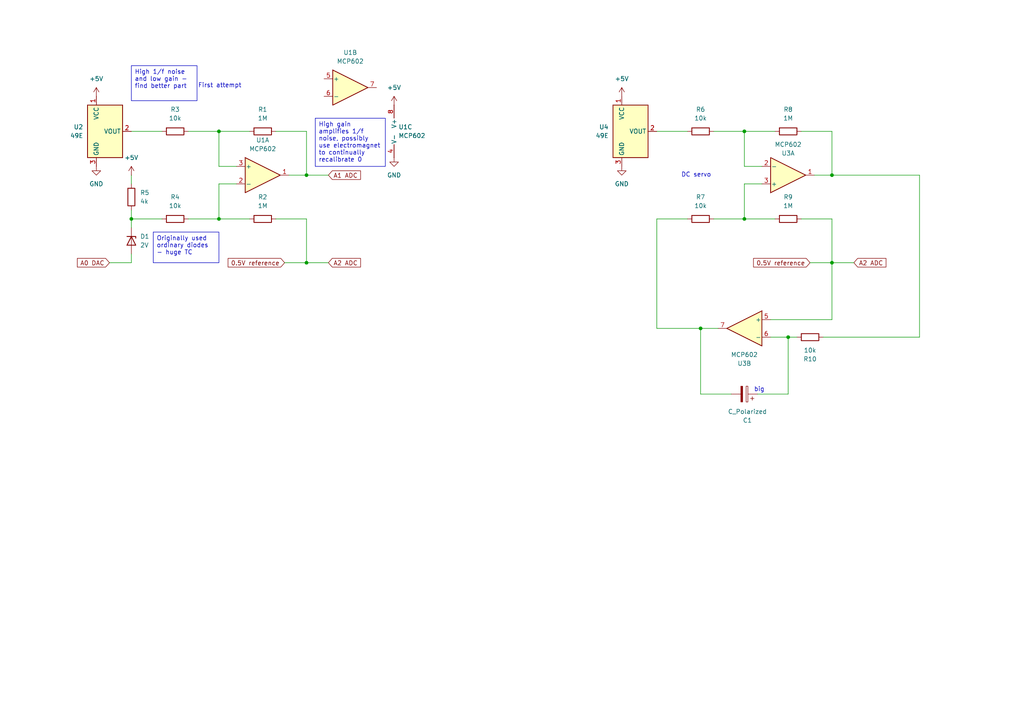
<source format=kicad_sch>
(kicad_sch (version 20231120) (generator "eeschema") (generator_version "8.0")
  (paper "A4")
  (lib_symbols
    (symbol "Amplifier_Operational:MCP602" (pin_names (offset 0.127))
      (property "Reference" "U" (at 0 5.08 0))
      (property "Value" "MCP602" (at 0 -5.08 0))
      (symbol "MCP602_1_1"
        (polyline (pts (xy -5.08 5.08) (xy 5.08 0) (xy -5.08 -5.08) (xy -5.08 5.08)) (stroke (width 0.254)) (fill (type background)))
        (pin output line (at 7.62 0 180) (length 2.54) (name "~") (number "1"))
        (pin input line (at -7.62 -2.54 0) (length 2.54) (name "-") (number "2"))
        (pin input line (at -7.62 2.54 0) (length 2.54) (name "+") (number "3"))
      )
      (symbol "MCP602_2_1"
        (polyline (pts (xy -5.08 5.08) (xy 5.08 0) (xy -5.08 -5.08) (xy -5.08 5.08)) (stroke (width 0.254)) (fill (type background)))
        (pin input line (at -7.62 2.54 0) (length 2.54) (name "+") (number "5"))
        (pin input line (at -7.62 -2.54 0) (length 2.54) (name "-") (number "6"))
        (pin output line (at 7.62 0 180) (length 2.54) (name "~") (number "7"))
      )
      (symbol "MCP602_3_1"
        (pin power_in line (at -2.54 -7.62 90) (length 3.81) (name "V-") (number "4"))
        (pin power_in line (at -2.54 7.62 270) (length 3.81) (name "V+") (number "8"))
      )
    )
    (symbol "Device:C_Polarized" (pin_numbers hide) (pin_names (offset 0.254))
      (property "Reference" "C" (at 0.635 2.54 0))
      (property "Value" "C_Polarized" (at 0.635 -2.54 0))
      (symbol "C_Polarized_0_1"
        (rectangle (start -2.286 0.508) (end 2.286 1.016))
        (polyline (pts (xy -1.778 2.286) (xy -0.762 2.286)))
        (polyline (pts (xy -1.27 2.794) (xy -1.27 1.778)))
        (rectangle (start 2.286 -0.508) (end -2.286 -1.016) (fill (type outline)))
      )
      (symbol "C_Polarized_1_1"
        (pin passive line (at 0 3.81 270) (length 2.794) (name "~") (number "1"))
        (pin passive line (at 0 -3.81 90) (length 2.794) (name "~") (number "2"))
      )
    )
    (symbol "Device:D_Zener" (pin_numbers hide) (pin_names (offset 1.016) hide)
      (property "Reference" "D" (at 0 2.54 0))
      (property "Value" "D_Zener" (at 0 -2.54 0))
      (symbol "D_Zener_0_1"
        (polyline (pts (xy 1.27 0) (xy -1.27 0)))
        (polyline (pts (xy -1.27 -1.27) (xy -1.27 1.27) (xy -0.762 1.27)) (stroke (width 0.254)))
        (polyline (pts (xy 1.27 -1.27) (xy 1.27 1.27) (xy -1.27 0) (xy 1.27 -1.27)) (stroke (width 0.254)))
      )
      (symbol "D_Zener_1_1"
        (pin passive line (at -3.81 0 0) (length 2.54) (name "K") (number "1"))
        (pin passive line (at 3.81 0 180) (length 2.54) (name "A") (number "2"))
      )
    )
    (symbol "Device:R" (pin_numbers hide) (pin_names (offset 0))
      (property "Reference" "R" (at 2.032 0 90))
      (property "Value" "R" (at 0 0 90))
      (symbol "R_0_1"
        (rectangle (start -1.016 -2.54) (end 1.016 2.54) (stroke (width 0.254)))
      )
      (symbol "R_1_1"
        (pin passive line (at 0 3.81 270) (length 1.27) (name "~") (number "1"))
        (pin passive line (at 0 -3.81 90) (length 1.27) (name "~") (number "2"))
      )
    )
    (symbol "Sensor_Magnetic:A1101ELHL"
      (property "Reference" "U" (at 0 11.43 0))
      (property "Value" "A1101ELHL" (at 0 8.89 0))
      (symbol "A1101ELHL_0_1"
        (rectangle (start -5.08 7.62) (end 5.08 -7.62) (stroke (width 0.254)) (fill (type background)))
      )
      (symbol "A1101ELHL_1_1"
        (pin power_in line (at -2.54 10.16 270) (length 2.54) (name "VCC") (number "1"))
        (pin open_collector line (at 7.62 0 180) (length 2.54) (name "VOUT") (number "2"))
        (pin power_in line (at -2.54 -10.16 90) (length 2.54) (name "GND") (number "3"))
      )
    )
    (symbol "power:+5V" (power) (pin_numbers hide) (pin_names (offset 0) hide)
      (property "Value" "+5V" (at 0 3.556 0))
      (symbol "+5V_0_1"
        (polyline (pts (xy -0.762 1.27) (xy 0 2.54)))
        (polyline (pts (xy 0 0) (xy 0 2.54)))
        (polyline (pts (xy 0 2.54) (xy 0.762 1.27)))
      )
      (symbol "+5V_1_1"
        (pin power_in line (at 0 0 90) (length 0) (name "~") (number "1"))
      )
    )
    (symbol "power:GND" (power) (pin_numbers hide) (pin_names (offset 0) hide)
      (property "Value" "GND" (at 0 -3.81 0))
      (symbol "GND_0_1"
        (polyline (pts (xy 0 0) (xy 0 -1.27) (xy 1.27 -1.27) (xy 0 -2.54) (xy -1.27 -1.27) (xy 0 -1.27)))
      )
      (symbol "GND_1_1"
        (pin power_in line (at 0 0 270) (length 0) (name "~") (number "1"))
      )
    )
  )
  (junction (at 63.5 63.5))
  (junction (at 38.1 63.5))
  (junction (at 63.5 38.1))
  (junction (at 241.3 50.8))
  (junction (at 88.9 50.8))
  (junction (at 203.2 95.25))
  (junction (at 215.9 63.5))
  (junction (at 241.3 76.2))
  (junction (at 88.9 76.2))
  (junction (at 228.6 97.79))
  (junction (at 215.9 38.1))
  (wire (pts (xy 88.9 38.1) (xy 88.9 50.8)))
  (wire (pts (xy 241.3 50.8) (xy 266.7 50.8)))
  (wire (pts (xy 241.3 38.1) (xy 241.3 50.8)))
  (wire (pts (xy 38.1 63.5) (xy 46.99 63.5)))
  (wire (pts (xy 190.5 95.25) (xy 203.2 95.25)))
  (wire (pts (xy 63.5 38.1) (xy 72.39 38.1)))
  (wire (pts (xy 215.9 38.1) (xy 224.79 38.1)))
  (wire (pts (xy 38.1 50.8) (xy 38.1 53.34)))
  (wire (pts (xy 88.9 50.8) (xy 83.82 50.8)))
  (wire (pts (xy 203.2 95.25) (xy 208.28 95.25)))
  (wire (pts (xy 241.3 92.71) (xy 241.3 76.2)))
  (wire (pts (xy 38.1 63.5) (xy 38.1 66.04)))
  (wire (pts (xy 207.01 63.5) (xy 215.9 63.5)))
  (wire (pts (xy 68.58 48.26) (xy 63.5 48.26)))
  (wire (pts (xy 207.01 38.1) (xy 215.9 38.1)))
  (wire (pts (xy 234.95 76.2) (xy 241.3 76.2)))
  (wire (pts (xy 88.9 76.2) (xy 95.25 76.2)))
  (wire (pts (xy 228.6 114.3) (xy 228.6 97.79)))
  (wire (pts (xy 215.9 48.26) (xy 215.9 38.1)))
  (wire (pts (xy 82.55 76.2) (xy 88.9 76.2)))
  (wire (pts (xy 266.7 97.79) (xy 238.76 97.79)))
  (wire (pts (xy 241.3 76.2) (xy 247.65 76.2)))
  (wire (pts (xy 190.5 38.1) (xy 199.39 38.1)))
  (wire (pts (xy 38.1 60.96) (xy 38.1 63.5)))
  (wire (pts (xy 212.09 114.3) (xy 203.2 114.3)))
  (wire (pts (xy 63.5 63.5) (xy 63.5 53.34)))
  (wire (pts (xy 215.9 53.34) (xy 220.98 53.34)))
  (wire (pts (xy 203.2 114.3) (xy 203.2 95.25)))
  (wire (pts (xy 38.1 73.66) (xy 38.1 76.2)))
  (wire (pts (xy 54.61 63.5) (xy 63.5 63.5)))
  (wire (pts (xy 266.7 50.8) (xy 266.7 97.79)))
  (wire (pts (xy 215.9 63.5) (xy 215.9 53.34)))
  (wire (pts (xy 190.5 63.5) (xy 190.5 95.25)))
  (wire (pts (xy 80.01 38.1) (xy 88.9 38.1)))
  (wire (pts (xy 38.1 38.1) (xy 46.99 38.1)))
  (wire (pts (xy 215.9 63.5) (xy 224.79 63.5)))
  (wire (pts (xy 63.5 53.34) (xy 68.58 53.34)))
  (wire (pts (xy 223.52 92.71) (xy 241.3 92.71)))
  (wire (pts (xy 88.9 63.5) (xy 88.9 76.2)))
  (wire (pts (xy 232.41 38.1) (xy 241.3 38.1)))
  (wire (pts (xy 241.3 63.5) (xy 241.3 76.2)))
  (wire (pts (xy 190.5 63.5) (xy 199.39 63.5)))
  (wire (pts (xy 63.5 48.26) (xy 63.5 38.1)))
  (wire (pts (xy 31.75 76.2) (xy 38.1 76.2)))
  (wire (pts (xy 231.14 97.79) (xy 228.6 97.79)))
  (wire (pts (xy 232.41 63.5) (xy 241.3 63.5)))
  (wire (pts (xy 63.5 63.5) (xy 72.39 63.5)))
  (wire (pts (xy 228.6 97.79) (xy 223.52 97.79)))
  (wire (pts (xy 54.61 38.1) (xy 63.5 38.1)))
  (wire (pts (xy 219.71 114.3) (xy 228.6 114.3)))
  (wire (pts (xy 241.3 50.8) (xy 236.22 50.8)))
  (wire (pts (xy 80.01 63.5) (xy 88.9 63.5)))
  (wire (pts (xy 88.9 50.8) (xy 95.25 50.8)))
  (wire (pts (xy 220.98 48.26) (xy 215.9 48.26)))
  (text_box "High 1/f noise and low gain - find better part\n" (at 38.1 19.05 0) (size 19.05 10.16) (effects (font (size 1.27 1.27)) (justify left top)))
  (text_box "High gain amplifies 1/f noise, possibly use electromagnet to continually recalibrate 0\n\n" (at 91.44 34.29 0) (size 20.32 13.97) (effects (font (size 1.27 1.27)) (justify left top)))
  (text_box "Originally used ordinary diodes - huge TC" (at 44.45 67.31 0) (size 19.05 8.89) (effects (font (size 1.27 1.27)) (justify left top)))
  (text "First attempt\n" (at 63.754 24.892 0) (effects (font (size 1.27 1.27))))
  (text "big" (at 220.218 113.03 0) (effects (font (size 1.27 1.27))))
  (text "DC servo\n" (at 201.93 50.8 0) (effects (font (size 1.27 1.27))))
  (global_label "A2 ADC" (shape input) (at 247.65 76.2 0) (property "Intersheetrefs" "${INTERSHEET_REFS}" (effects (hide yes))))
  (global_label "A2 ADC" (shape input) (at 95.25 76.2 0) (property "Intersheetrefs" "${INTERSHEET_REFS}" (effects (hide yes))))
  (global_label "0.5V reference" (shape input) (at 234.95 76.2 180) (property "Intersheetrefs" "${INTERSHEET_REFS}" (effects (hide yes))))
  (global_label "A1 ADC" (shape input) (at 95.25 50.8 0) (property "Intersheetrefs" "${INTERSHEET_REFS}" (effects (hide yes))))
  (global_label "A0 DAC" (shape input) (at 31.75 76.2 180) (property "Intersheetrefs" "${INTERSHEET_REFS}" (effects (hide yes))))
  (global_label "0.5V reference" (shape input) (at 82.55 76.2 180) (property "Intersheetrefs" "${INTERSHEET_REFS}" (effects (hide yes))))
  (symbol (lib_id "power:+5V") (at 180.34 27.94 0) (unit 1)
    (property "Reference" "#PWR06" (effects (hide yes)))
    (property "Value" "+5V" (at 180.34 22.86 0))
    (property "Description" "Power symbol creates a global label with name \"+5V\"" (effects (hide yes)))
  )
  (symbol (lib_id "Device:R") (at 203.2 38.1 90) (unit 1)
    (property "Reference" "R6" (at 203.2 31.75 90))
    (property "Value" "10k" (at 203.2 34.29 90))
    (property "Description" "Resistor" (effects (hide yes)))
  )
  (symbol (lib_id "power:+5V") (at 114.3 30.48 0) (unit 1)
    (property "Reference" "#PWR01" (effects (hide yes)))
    (property "Value" "+5V" (at 114.3 25.4 0))
    (property "Description" "Power symbol creates a global label with name \"+5V\"" (effects (hide yes)))
  )
  (symbol (lib_id "power:GND") (at 180.34 48.26 0) (unit 1)
    (property "Reference" "#PWR07" (effects (hide yes)))
    (property "Value" "GND" (at 180.34 53.34 0))
    (property "Description" "Power symbol creates a global label with name \"GND\" , ground" (effects (hide yes)))
  )
  (symbol (lib_id "Amplifier_Operational:MCP602") (at 116.84 38.1 0) (unit 3)
    (property "Reference" "U1" (at 115.57 36.8299 0) (effects (justify left)))
    (property "Value" "MCP602" (at 115.57 39.3699 0) (effects (justify left)))
    (property "Datasheet" "http://ww1.microchip.com/downloads/en/DeviceDoc/21314g.pdf" (effects (hide yes)))
    (property "Description" "Dual 2.7V to 6.0V Single Supply CMOS Op Amps, DIP-8/SOIC-8/TSSOP-8" (effects (hide yes)))
  )
  (symbol (lib_id "Amplifier_Operational:MCP602") (at 76.2 50.8 0) (unit 1)
    (property "Reference" "U1" (at 76.2 40.64 0))
    (property "Value" "MCP602" (at 76.2 43.18 0))
    (property "Datasheet" "http://ww1.microchip.com/downloads/en/DeviceDoc/21314g.pdf" (effects (hide yes)))
    (property "Description" "Dual 2.7V to 6.0V Single Supply CMOS Op Amps, DIP-8/SOIC-8/TSSOP-8" (effects (hide yes)))
  )
  (symbol (lib_id "Device:R") (at 50.8 63.5 90) (unit 1)
    (property "Reference" "R4" (at 50.8 57.15 90))
    (property "Value" "10k" (at 50.8 59.69 90))
    (property "Description" "Resistor" (effects (hide yes)))
  )
  (symbol (lib_id "Device:C_Polarized") (at 215.9 114.3 270) (mirror x) (unit 1)
    (property "Reference" "C1" (at 216.789 121.92 90))
    (property "Value" "C_Polarized" (at 216.789 119.38 90))
    (property "Description" "Polarized capacitor" (effects (hide yes)))
  )
  (symbol (lib_id "Device:R") (at 76.2 63.5 90) (unit 1)
    (property "Reference" "R2" (at 76.2 57.15 90))
    (property "Value" "1M" (at 76.2 59.69 90))
    (property "Description" "Resistor" (effects (hide yes)))
  )
  (symbol (lib_id "power:GND") (at 114.3 45.72 0) (unit 1)
    (property "Reference" "#PWR02" (effects (hide yes)))
    (property "Value" "GND" (at 114.3 50.8 0))
    (property "Description" "Power symbol creates a global label with name \"GND\" , ground" (effects (hide yes)))
  )
  (symbol (lib_id "Sensor_Magnetic:A1101ELHL") (at 182.88 38.1 0) (unit 1)
    (property "Reference" "U4" (at 176.53 36.8299 0) (effects (justify right)))
    (property "Value" "49E" (at 176.53 39.3699 0) (effects (justify right)))
    (property "Footprint" "Package_TO_SOT_SMD:SOT-23W" (effects (hide yes)))
    (property "Datasheet" "https://www.allegromicro.com/-/media/files/datasheets/a110x-datasheet.ashx" (effects (hide yes)))
    (property "Description" "Hall effect switch, unipolar, Bop=100G, Brp=45G, -40C to +85C, SOT-23W" (effects (hide yes)))
  )
  (symbol (lib_id "Amplifier_Operational:MCP602") (at 101.6 25.4 0) (unit 2)
    (property "Reference" "U1" (at 101.6 15.24 0))
    (property "Value" "MCP602" (at 101.6 17.78 0))
    (property "Datasheet" "http://ww1.microchip.com/downloads/en/DeviceDoc/21314g.pdf" (effects (hide yes)))
    (property "Description" "Dual 2.7V to 6.0V Single Supply CMOS Op Amps, DIP-8/SOIC-8/TSSOP-8" (effects (hide yes)))
  )
  (symbol (lib_id "Device:R") (at 76.2 38.1 90) (unit 1)
    (property "Reference" "R1" (at 76.2 31.75 90))
    (property "Value" "1M" (at 76.2 34.29 90))
    (property "Description" "Resistor" (effects (hide yes)))
  )
  (symbol (lib_id "power:GND") (at 27.94 48.26 0) (unit 1)
    (property "Reference" "#PWR03" (effects (hide yes)))
    (property "Value" "GND" (at 27.94 53.34 0))
    (property "Description" "Power symbol creates a global label with name \"GND\" , ground" (effects (hide yes)))
  )
  (symbol (lib_id "Sensor_Magnetic:A1101ELHL") (at 30.48 38.1 0) (unit 1)
    (property "Reference" "U2" (at 24.13 36.8299 0) (effects (justify right)))
    (property "Value" "49E" (at 24.13 39.3699 0) (effects (justify right)))
    (property "Footprint" "Package_TO_SOT_SMD:SOT-23W" (effects (hide yes)))
    (property "Datasheet" "https://www.allegromicro.com/-/media/files/datasheets/a110x-datasheet.ashx" (effects (hide yes)))
    (property "Description" "Hall effect switch, unipolar, Bop=100G, Brp=45G, -40C to +85C, SOT-23W" (effects (hide yes)))
  )
  (symbol (lib_id "Amplifier_Operational:MCP602") (at 228.6 50.8 0) (mirror x) (unit 1)
    (property "Reference" "U3" (at 228.6 44.45 0))
    (property "Value" "MCP602" (at 228.6 41.91 0))
    (property "Datasheet" "http://ww1.microchip.com/downloads/en/DeviceDoc/21314g.pdf" (effects (hide yes)))
    (property "Description" "Dual 2.7V to 6.0V Single Supply CMOS Op Amps, DIP-8/SOIC-8/TSSOP-8" (effects (hide yes)))
  )
  (symbol (lib_id "Device:D_Zener") (at 38.1 69.85 270) (unit 1)
    (property "Reference" "D1" (at 40.64 68.5799 90) (effects (justify left)))
    (property "Value" "2V" (at 40.64 71.1199 90) (effects (justify left)))
    (property "Description" "Zener diode" (effects (hide yes)))
  )
  (symbol (lib_id "Device:R") (at 228.6 63.5 90) (unit 1)
    (property "Reference" "R9" (at 228.6 57.15 90))
    (property "Value" "1M" (at 228.6 59.69 90))
    (property "Description" "Resistor" (effects (hide yes)))
  )
  (symbol (lib_id "Device:R") (at 228.6 38.1 90) (unit 1)
    (property "Reference" "R8" (at 228.6 31.75 90))
    (property "Value" "1M" (at 228.6 34.29 90))
    (property "Description" "Resistor" (effects (hide yes)))
  )
  (symbol (lib_id "power:+5V") (at 27.94 27.94 0) (unit 1)
    (property "Reference" "#PWR04" (effects (hide yes)))
    (property "Value" "+5V" (at 27.94 22.86 0))
    (property "Description" "Power symbol creates a global label with name \"+5V\"" (effects (hide yes)))
  )
  (symbol (lib_id "power:+5V") (at 38.1 50.8 0) (unit 1)
    (property "Reference" "#PWR05" (effects (hide yes)))
    (property "Value" "+5V" (at 38.1 45.72 0))
    (property "Description" "Power symbol creates a global label with name \"+5V\"" (effects (hide yes)))
  )
  (symbol (lib_id "Amplifier_Operational:MCP602") (at 215.9 95.25 0) (mirror y) (unit 2)
    (property "Reference" "U3" (at 215.9 105.41 0))
    (property "Value" "MCP602" (at 215.9 102.87 0))
    (property "Datasheet" "http://ww1.microchip.com/downloads/en/DeviceDoc/21314g.pdf" (effects (hide yes)))
    (property "Description" "Dual 2.7V to 6.0V Single Supply CMOS Op Amps, DIP-8/SOIC-8/TSSOP-8" (effects (hide yes)))
  )
  (symbol (lib_id "Device:R") (at 234.95 97.79 90) (mirror x) (unit 1)
    (property "Reference" "R10" (at 234.95 104.14 90))
    (property "Value" "10k" (at 234.95 101.6 90))
    (property "Description" "Resistor" (effects (hide yes)))
  )
  (symbol (lib_id "Device:R") (at 50.8 38.1 90) (unit 1)
    (property "Reference" "R3" (at 50.8 31.75 90))
    (property "Value" "10k" (at 50.8 34.29 90))
    (property "Description" "Resistor" (effects (hide yes)))
  )
  (symbol (lib_id "Device:R") (at 38.1 57.15 0) (unit 1)
    (property "Reference" "R5" (at 40.64 55.8799 0) (effects (justify left)))
    (property "Value" "4k" (at 40.64 58.4199 0) (effects (justify left)))
    (property "Description" "Resistor" (effects (hide yes)))
  )
  (symbol (lib_id "Device:R") (at 203.2 63.5 90) (unit 1)
    (property "Reference" "R7" (at 203.2 57.15 90))
    (property "Value" "10k" (at 203.2 59.69 90))
    (property "Description" "Resistor" (effects (hide yes)))
  )
)
</source>
